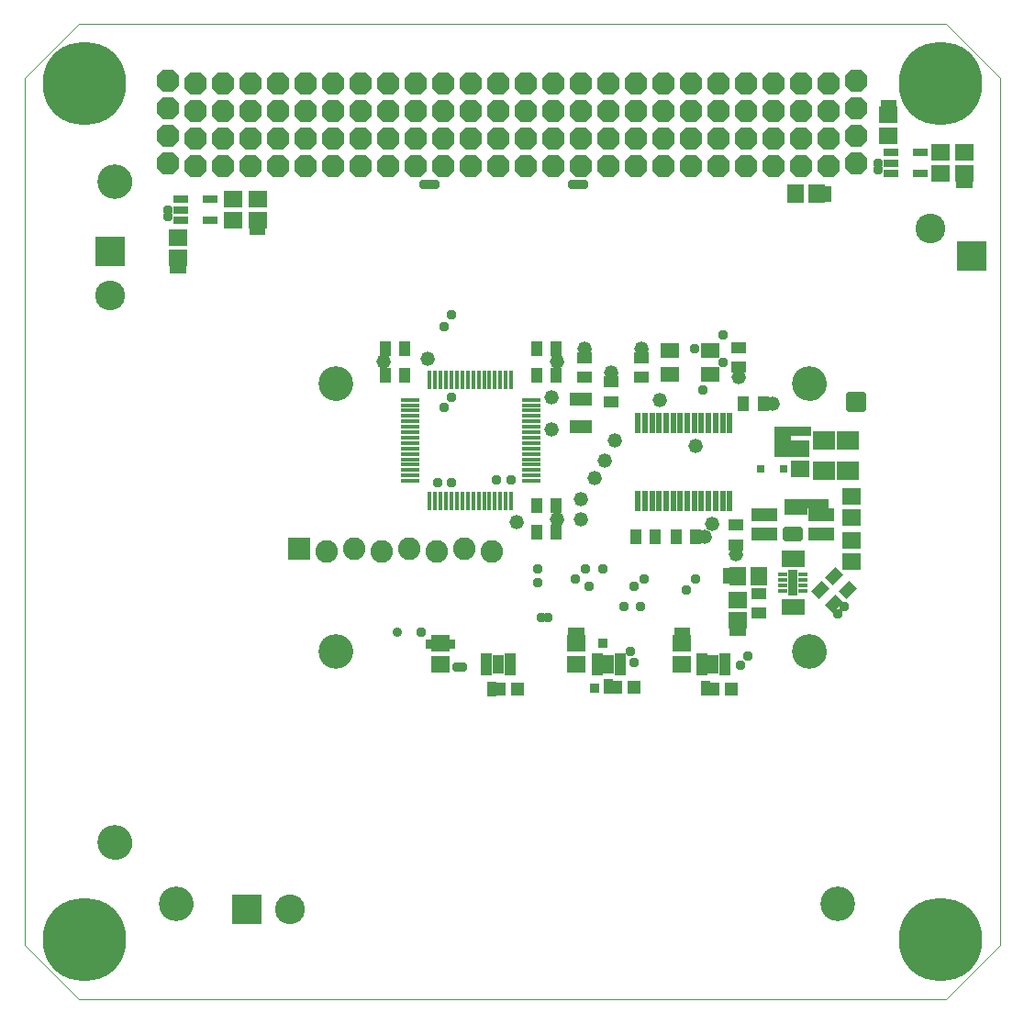
<source format=gts>
G75*
%MOIN*%
%OFA0B0*%
%FSLAX25Y25*%
%IPPOS*%
%LPD*%
%AMOC8*
5,1,8,0,0,1.08239X$1,22.5*
%
%ADD10R,0.04737X0.05131*%
%ADD11R,0.04068X0.01981*%
%ADD12R,0.04343X0.07099*%
%ADD13OC8,0.08200*%
%ADD14C,0.00000*%
%ADD15C,0.30328*%
%ADD16R,0.10800X0.10800*%
%ADD17C,0.10800*%
%ADD18C,0.12611*%
%ADD19R,0.06706X0.05918*%
%ADD20R,0.01784X0.06902*%
%ADD21R,0.06902X0.01784*%
%ADD22R,0.02375X0.07690*%
%ADD23R,0.07887X0.04737*%
%ADD24R,0.03950X0.05524*%
%ADD25R,0.05524X0.03950*%
%ADD26C,0.05200*%
%ADD27R,0.07099X0.05721*%
%ADD28R,0.04737X0.01784*%
%ADD29R,0.01784X0.04737*%
%ADD30R,0.08200X0.08200*%
%ADD31C,0.08200*%
%ADD32R,0.05918X0.06706*%
%ADD33R,0.05524X0.03162*%
%ADD34R,0.03202X0.09461*%
%ADD35R,0.03556X0.01784*%
%ADD36R,0.02769X0.02769*%
%ADD37R,0.09461X0.04737*%
%ADD38R,0.07887X0.07099*%
%ADD39R,0.03581X0.03581*%
%ADD40R,0.03600X0.03600*%
%ADD41R,0.03778X0.03778*%
%ADD42C,0.03778*%
%ADD43C,0.03581*%
D10*
X0194061Y0132271D03*
X0200754Y0132271D03*
X0236332Y0133042D03*
X0243025Y0133042D03*
X0271679Y0132488D03*
X0278372Y0132488D03*
D11*
X0275913Y0138330D03*
X0275913Y0140299D03*
X0275913Y0142267D03*
X0275913Y0144236D03*
X0267527Y0144236D03*
X0267527Y0142267D03*
X0267527Y0140299D03*
X0267527Y0138330D03*
X0237913Y0138330D03*
X0237913Y0140299D03*
X0237913Y0142267D03*
X0237913Y0144236D03*
X0229527Y0144236D03*
X0229527Y0142267D03*
X0229527Y0140299D03*
X0229527Y0138330D03*
X0197813Y0138430D03*
X0197813Y0140399D03*
X0197813Y0142367D03*
X0197813Y0144336D03*
X0189427Y0144336D03*
X0189427Y0142367D03*
X0189427Y0140399D03*
X0189427Y0138430D03*
D12*
X0193620Y0141383D03*
X0233720Y0141283D03*
X0271720Y0141283D03*
D13*
X0273620Y0322195D03*
X0263620Y0322195D03*
X0263620Y0332195D03*
X0273620Y0332195D03*
X0273620Y0342195D03*
X0273620Y0352195D03*
X0263620Y0352195D03*
X0263620Y0342195D03*
X0253620Y0342195D03*
X0253620Y0352195D03*
X0243620Y0352195D03*
X0243620Y0342195D03*
X0233620Y0342195D03*
X0233620Y0352195D03*
X0223620Y0352195D03*
X0213620Y0352195D03*
X0213620Y0342195D03*
X0223620Y0342195D03*
X0223620Y0332195D03*
X0213620Y0332195D03*
X0203620Y0332195D03*
X0203620Y0342195D03*
X0203620Y0352195D03*
X0193620Y0352195D03*
X0183620Y0352195D03*
X0183620Y0342195D03*
X0193620Y0342195D03*
X0193620Y0332195D03*
X0183620Y0332195D03*
X0173620Y0332195D03*
X0173620Y0342195D03*
X0173620Y0352195D03*
X0163620Y0352195D03*
X0153620Y0352195D03*
X0153620Y0342195D03*
X0163620Y0342195D03*
X0163620Y0332195D03*
X0153620Y0332195D03*
X0143620Y0332195D03*
X0133620Y0332195D03*
X0133620Y0342195D03*
X0133620Y0352195D03*
X0143620Y0352195D03*
X0143620Y0342195D03*
X0123620Y0342195D03*
X0123620Y0352195D03*
X0113620Y0352195D03*
X0103620Y0352195D03*
X0103620Y0342195D03*
X0113620Y0342195D03*
X0113620Y0332195D03*
X0103620Y0332195D03*
X0093620Y0332195D03*
X0093620Y0342195D03*
X0093620Y0352195D03*
X0083620Y0352195D03*
X0083620Y0342195D03*
X0073620Y0343195D03*
X0073620Y0353195D03*
X0073620Y0333195D03*
X0073620Y0323195D03*
X0083620Y0322195D03*
X0083620Y0332195D03*
X0093620Y0322195D03*
X0103620Y0322195D03*
X0113620Y0322195D03*
X0123620Y0322195D03*
X0123620Y0332195D03*
X0133620Y0322195D03*
X0143620Y0322195D03*
X0153620Y0322195D03*
X0163620Y0322195D03*
X0173620Y0322195D03*
X0183620Y0322195D03*
X0193620Y0322195D03*
X0203620Y0322195D03*
X0213620Y0322195D03*
X0223620Y0322195D03*
X0233620Y0322195D03*
X0233620Y0332195D03*
X0243620Y0332195D03*
X0253620Y0332195D03*
X0253620Y0322195D03*
X0243620Y0322195D03*
X0283620Y0322195D03*
X0283620Y0332195D03*
X0283620Y0342195D03*
X0283620Y0352195D03*
X0293620Y0352195D03*
X0303620Y0352195D03*
X0303620Y0342195D03*
X0293620Y0342195D03*
X0293620Y0332195D03*
X0303620Y0332195D03*
X0313620Y0332195D03*
X0313620Y0342195D03*
X0313620Y0352195D03*
X0323620Y0353195D03*
X0323620Y0343195D03*
X0323620Y0333195D03*
X0323620Y0323195D03*
X0313620Y0322195D03*
X0303620Y0322195D03*
X0293620Y0322195D03*
D14*
X0021455Y0354163D02*
X0021455Y0039203D01*
X0041140Y0019518D01*
X0356100Y0019518D01*
X0375785Y0039203D01*
X0375785Y0354163D01*
X0356100Y0373848D01*
X0041140Y0373848D01*
X0021455Y0354163D01*
X0048494Y0316762D02*
X0048496Y0316915D01*
X0048502Y0317069D01*
X0048512Y0317222D01*
X0048526Y0317374D01*
X0048544Y0317527D01*
X0048566Y0317678D01*
X0048591Y0317829D01*
X0048621Y0317980D01*
X0048655Y0318130D01*
X0048692Y0318278D01*
X0048733Y0318426D01*
X0048778Y0318572D01*
X0048827Y0318718D01*
X0048880Y0318862D01*
X0048936Y0319004D01*
X0048996Y0319145D01*
X0049060Y0319285D01*
X0049127Y0319423D01*
X0049198Y0319559D01*
X0049273Y0319693D01*
X0049350Y0319825D01*
X0049432Y0319955D01*
X0049516Y0320083D01*
X0049604Y0320209D01*
X0049695Y0320332D01*
X0049789Y0320453D01*
X0049887Y0320571D01*
X0049987Y0320687D01*
X0050091Y0320800D01*
X0050197Y0320911D01*
X0050306Y0321019D01*
X0050418Y0321124D01*
X0050532Y0321225D01*
X0050650Y0321324D01*
X0050769Y0321420D01*
X0050891Y0321513D01*
X0051016Y0321602D01*
X0051143Y0321689D01*
X0051272Y0321771D01*
X0051403Y0321851D01*
X0051536Y0321927D01*
X0051671Y0322000D01*
X0051808Y0322069D01*
X0051947Y0322134D01*
X0052087Y0322196D01*
X0052229Y0322254D01*
X0052372Y0322309D01*
X0052517Y0322360D01*
X0052663Y0322407D01*
X0052810Y0322450D01*
X0052958Y0322489D01*
X0053107Y0322525D01*
X0053257Y0322556D01*
X0053408Y0322584D01*
X0053559Y0322608D01*
X0053712Y0322628D01*
X0053864Y0322644D01*
X0054017Y0322656D01*
X0054170Y0322664D01*
X0054323Y0322668D01*
X0054477Y0322668D01*
X0054630Y0322664D01*
X0054783Y0322656D01*
X0054936Y0322644D01*
X0055088Y0322628D01*
X0055241Y0322608D01*
X0055392Y0322584D01*
X0055543Y0322556D01*
X0055693Y0322525D01*
X0055842Y0322489D01*
X0055990Y0322450D01*
X0056137Y0322407D01*
X0056283Y0322360D01*
X0056428Y0322309D01*
X0056571Y0322254D01*
X0056713Y0322196D01*
X0056853Y0322134D01*
X0056992Y0322069D01*
X0057129Y0322000D01*
X0057264Y0321927D01*
X0057397Y0321851D01*
X0057528Y0321771D01*
X0057657Y0321689D01*
X0057784Y0321602D01*
X0057909Y0321513D01*
X0058031Y0321420D01*
X0058150Y0321324D01*
X0058268Y0321225D01*
X0058382Y0321124D01*
X0058494Y0321019D01*
X0058603Y0320911D01*
X0058709Y0320800D01*
X0058813Y0320687D01*
X0058913Y0320571D01*
X0059011Y0320453D01*
X0059105Y0320332D01*
X0059196Y0320209D01*
X0059284Y0320083D01*
X0059368Y0319955D01*
X0059450Y0319825D01*
X0059527Y0319693D01*
X0059602Y0319559D01*
X0059673Y0319423D01*
X0059740Y0319285D01*
X0059804Y0319145D01*
X0059864Y0319004D01*
X0059920Y0318862D01*
X0059973Y0318718D01*
X0060022Y0318572D01*
X0060067Y0318426D01*
X0060108Y0318278D01*
X0060145Y0318130D01*
X0060179Y0317980D01*
X0060209Y0317829D01*
X0060234Y0317678D01*
X0060256Y0317527D01*
X0060274Y0317374D01*
X0060288Y0317222D01*
X0060298Y0317069D01*
X0060304Y0316915D01*
X0060306Y0316762D01*
X0060304Y0316609D01*
X0060298Y0316455D01*
X0060288Y0316302D01*
X0060274Y0316150D01*
X0060256Y0315997D01*
X0060234Y0315846D01*
X0060209Y0315695D01*
X0060179Y0315544D01*
X0060145Y0315394D01*
X0060108Y0315246D01*
X0060067Y0315098D01*
X0060022Y0314952D01*
X0059973Y0314806D01*
X0059920Y0314662D01*
X0059864Y0314520D01*
X0059804Y0314379D01*
X0059740Y0314239D01*
X0059673Y0314101D01*
X0059602Y0313965D01*
X0059527Y0313831D01*
X0059450Y0313699D01*
X0059368Y0313569D01*
X0059284Y0313441D01*
X0059196Y0313315D01*
X0059105Y0313192D01*
X0059011Y0313071D01*
X0058913Y0312953D01*
X0058813Y0312837D01*
X0058709Y0312724D01*
X0058603Y0312613D01*
X0058494Y0312505D01*
X0058382Y0312400D01*
X0058268Y0312299D01*
X0058150Y0312200D01*
X0058031Y0312104D01*
X0057909Y0312011D01*
X0057784Y0311922D01*
X0057657Y0311835D01*
X0057528Y0311753D01*
X0057397Y0311673D01*
X0057264Y0311597D01*
X0057129Y0311524D01*
X0056992Y0311455D01*
X0056853Y0311390D01*
X0056713Y0311328D01*
X0056571Y0311270D01*
X0056428Y0311215D01*
X0056283Y0311164D01*
X0056137Y0311117D01*
X0055990Y0311074D01*
X0055842Y0311035D01*
X0055693Y0310999D01*
X0055543Y0310968D01*
X0055392Y0310940D01*
X0055241Y0310916D01*
X0055088Y0310896D01*
X0054936Y0310880D01*
X0054783Y0310868D01*
X0054630Y0310860D01*
X0054477Y0310856D01*
X0054323Y0310856D01*
X0054170Y0310860D01*
X0054017Y0310868D01*
X0053864Y0310880D01*
X0053712Y0310896D01*
X0053559Y0310916D01*
X0053408Y0310940D01*
X0053257Y0310968D01*
X0053107Y0310999D01*
X0052958Y0311035D01*
X0052810Y0311074D01*
X0052663Y0311117D01*
X0052517Y0311164D01*
X0052372Y0311215D01*
X0052229Y0311270D01*
X0052087Y0311328D01*
X0051947Y0311390D01*
X0051808Y0311455D01*
X0051671Y0311524D01*
X0051536Y0311597D01*
X0051403Y0311673D01*
X0051272Y0311753D01*
X0051143Y0311835D01*
X0051016Y0311922D01*
X0050891Y0312011D01*
X0050769Y0312104D01*
X0050650Y0312200D01*
X0050532Y0312299D01*
X0050418Y0312400D01*
X0050306Y0312505D01*
X0050197Y0312613D01*
X0050091Y0312724D01*
X0049987Y0312837D01*
X0049887Y0312953D01*
X0049789Y0313071D01*
X0049695Y0313192D01*
X0049604Y0313315D01*
X0049516Y0313441D01*
X0049432Y0313569D01*
X0049350Y0313699D01*
X0049273Y0313831D01*
X0049198Y0313965D01*
X0049127Y0314101D01*
X0049060Y0314239D01*
X0048996Y0314379D01*
X0048936Y0314520D01*
X0048880Y0314662D01*
X0048827Y0314806D01*
X0048778Y0314952D01*
X0048733Y0315098D01*
X0048692Y0315246D01*
X0048655Y0315394D01*
X0048621Y0315544D01*
X0048591Y0315695D01*
X0048566Y0315846D01*
X0048544Y0315997D01*
X0048526Y0316150D01*
X0048512Y0316302D01*
X0048502Y0316455D01*
X0048496Y0316609D01*
X0048494Y0316762D01*
X0128664Y0243293D02*
X0128666Y0243446D01*
X0128672Y0243600D01*
X0128682Y0243753D01*
X0128696Y0243905D01*
X0128714Y0244058D01*
X0128736Y0244209D01*
X0128761Y0244360D01*
X0128791Y0244511D01*
X0128825Y0244661D01*
X0128862Y0244809D01*
X0128903Y0244957D01*
X0128948Y0245103D01*
X0128997Y0245249D01*
X0129050Y0245393D01*
X0129106Y0245535D01*
X0129166Y0245676D01*
X0129230Y0245816D01*
X0129297Y0245954D01*
X0129368Y0246090D01*
X0129443Y0246224D01*
X0129520Y0246356D01*
X0129602Y0246486D01*
X0129686Y0246614D01*
X0129774Y0246740D01*
X0129865Y0246863D01*
X0129959Y0246984D01*
X0130057Y0247102D01*
X0130157Y0247218D01*
X0130261Y0247331D01*
X0130367Y0247442D01*
X0130476Y0247550D01*
X0130588Y0247655D01*
X0130702Y0247756D01*
X0130820Y0247855D01*
X0130939Y0247951D01*
X0131061Y0248044D01*
X0131186Y0248133D01*
X0131313Y0248220D01*
X0131442Y0248302D01*
X0131573Y0248382D01*
X0131706Y0248458D01*
X0131841Y0248531D01*
X0131978Y0248600D01*
X0132117Y0248665D01*
X0132257Y0248727D01*
X0132399Y0248785D01*
X0132542Y0248840D01*
X0132687Y0248891D01*
X0132833Y0248938D01*
X0132980Y0248981D01*
X0133128Y0249020D01*
X0133277Y0249056D01*
X0133427Y0249087D01*
X0133578Y0249115D01*
X0133729Y0249139D01*
X0133882Y0249159D01*
X0134034Y0249175D01*
X0134187Y0249187D01*
X0134340Y0249195D01*
X0134493Y0249199D01*
X0134647Y0249199D01*
X0134800Y0249195D01*
X0134953Y0249187D01*
X0135106Y0249175D01*
X0135258Y0249159D01*
X0135411Y0249139D01*
X0135562Y0249115D01*
X0135713Y0249087D01*
X0135863Y0249056D01*
X0136012Y0249020D01*
X0136160Y0248981D01*
X0136307Y0248938D01*
X0136453Y0248891D01*
X0136598Y0248840D01*
X0136741Y0248785D01*
X0136883Y0248727D01*
X0137023Y0248665D01*
X0137162Y0248600D01*
X0137299Y0248531D01*
X0137434Y0248458D01*
X0137567Y0248382D01*
X0137698Y0248302D01*
X0137827Y0248220D01*
X0137954Y0248133D01*
X0138079Y0248044D01*
X0138201Y0247951D01*
X0138320Y0247855D01*
X0138438Y0247756D01*
X0138552Y0247655D01*
X0138664Y0247550D01*
X0138773Y0247442D01*
X0138879Y0247331D01*
X0138983Y0247218D01*
X0139083Y0247102D01*
X0139181Y0246984D01*
X0139275Y0246863D01*
X0139366Y0246740D01*
X0139454Y0246614D01*
X0139538Y0246486D01*
X0139620Y0246356D01*
X0139697Y0246224D01*
X0139772Y0246090D01*
X0139843Y0245954D01*
X0139910Y0245816D01*
X0139974Y0245676D01*
X0140034Y0245535D01*
X0140090Y0245393D01*
X0140143Y0245249D01*
X0140192Y0245103D01*
X0140237Y0244957D01*
X0140278Y0244809D01*
X0140315Y0244661D01*
X0140349Y0244511D01*
X0140379Y0244360D01*
X0140404Y0244209D01*
X0140426Y0244058D01*
X0140444Y0243905D01*
X0140458Y0243753D01*
X0140468Y0243600D01*
X0140474Y0243446D01*
X0140476Y0243293D01*
X0140474Y0243140D01*
X0140468Y0242986D01*
X0140458Y0242833D01*
X0140444Y0242681D01*
X0140426Y0242528D01*
X0140404Y0242377D01*
X0140379Y0242226D01*
X0140349Y0242075D01*
X0140315Y0241925D01*
X0140278Y0241777D01*
X0140237Y0241629D01*
X0140192Y0241483D01*
X0140143Y0241337D01*
X0140090Y0241193D01*
X0140034Y0241051D01*
X0139974Y0240910D01*
X0139910Y0240770D01*
X0139843Y0240632D01*
X0139772Y0240496D01*
X0139697Y0240362D01*
X0139620Y0240230D01*
X0139538Y0240100D01*
X0139454Y0239972D01*
X0139366Y0239846D01*
X0139275Y0239723D01*
X0139181Y0239602D01*
X0139083Y0239484D01*
X0138983Y0239368D01*
X0138879Y0239255D01*
X0138773Y0239144D01*
X0138664Y0239036D01*
X0138552Y0238931D01*
X0138438Y0238830D01*
X0138320Y0238731D01*
X0138201Y0238635D01*
X0138079Y0238542D01*
X0137954Y0238453D01*
X0137827Y0238366D01*
X0137698Y0238284D01*
X0137567Y0238204D01*
X0137434Y0238128D01*
X0137299Y0238055D01*
X0137162Y0237986D01*
X0137023Y0237921D01*
X0136883Y0237859D01*
X0136741Y0237801D01*
X0136598Y0237746D01*
X0136453Y0237695D01*
X0136307Y0237648D01*
X0136160Y0237605D01*
X0136012Y0237566D01*
X0135863Y0237530D01*
X0135713Y0237499D01*
X0135562Y0237471D01*
X0135411Y0237447D01*
X0135258Y0237427D01*
X0135106Y0237411D01*
X0134953Y0237399D01*
X0134800Y0237391D01*
X0134647Y0237387D01*
X0134493Y0237387D01*
X0134340Y0237391D01*
X0134187Y0237399D01*
X0134034Y0237411D01*
X0133882Y0237427D01*
X0133729Y0237447D01*
X0133578Y0237471D01*
X0133427Y0237499D01*
X0133277Y0237530D01*
X0133128Y0237566D01*
X0132980Y0237605D01*
X0132833Y0237648D01*
X0132687Y0237695D01*
X0132542Y0237746D01*
X0132399Y0237801D01*
X0132257Y0237859D01*
X0132117Y0237921D01*
X0131978Y0237986D01*
X0131841Y0238055D01*
X0131706Y0238128D01*
X0131573Y0238204D01*
X0131442Y0238284D01*
X0131313Y0238366D01*
X0131186Y0238453D01*
X0131061Y0238542D01*
X0130939Y0238635D01*
X0130820Y0238731D01*
X0130702Y0238830D01*
X0130588Y0238931D01*
X0130476Y0239036D01*
X0130367Y0239144D01*
X0130261Y0239255D01*
X0130157Y0239368D01*
X0130057Y0239484D01*
X0129959Y0239602D01*
X0129865Y0239723D01*
X0129774Y0239846D01*
X0129686Y0239972D01*
X0129602Y0240100D01*
X0129520Y0240230D01*
X0129443Y0240362D01*
X0129368Y0240496D01*
X0129297Y0240632D01*
X0129230Y0240770D01*
X0129166Y0240910D01*
X0129106Y0241051D01*
X0129050Y0241193D01*
X0128997Y0241337D01*
X0128948Y0241483D01*
X0128903Y0241629D01*
X0128862Y0241777D01*
X0128825Y0241925D01*
X0128791Y0242075D01*
X0128761Y0242226D01*
X0128736Y0242377D01*
X0128714Y0242528D01*
X0128696Y0242681D01*
X0128682Y0242833D01*
X0128672Y0242986D01*
X0128666Y0243140D01*
X0128664Y0243293D01*
X0128694Y0146083D02*
X0128696Y0146236D01*
X0128702Y0146390D01*
X0128712Y0146543D01*
X0128726Y0146695D01*
X0128744Y0146848D01*
X0128766Y0146999D01*
X0128791Y0147150D01*
X0128821Y0147301D01*
X0128855Y0147451D01*
X0128892Y0147599D01*
X0128933Y0147747D01*
X0128978Y0147893D01*
X0129027Y0148039D01*
X0129080Y0148183D01*
X0129136Y0148325D01*
X0129196Y0148466D01*
X0129260Y0148606D01*
X0129327Y0148744D01*
X0129398Y0148880D01*
X0129473Y0149014D01*
X0129550Y0149146D01*
X0129632Y0149276D01*
X0129716Y0149404D01*
X0129804Y0149530D01*
X0129895Y0149653D01*
X0129989Y0149774D01*
X0130087Y0149892D01*
X0130187Y0150008D01*
X0130291Y0150121D01*
X0130397Y0150232D01*
X0130506Y0150340D01*
X0130618Y0150445D01*
X0130732Y0150546D01*
X0130850Y0150645D01*
X0130969Y0150741D01*
X0131091Y0150834D01*
X0131216Y0150923D01*
X0131343Y0151010D01*
X0131472Y0151092D01*
X0131603Y0151172D01*
X0131736Y0151248D01*
X0131871Y0151321D01*
X0132008Y0151390D01*
X0132147Y0151455D01*
X0132287Y0151517D01*
X0132429Y0151575D01*
X0132572Y0151630D01*
X0132717Y0151681D01*
X0132863Y0151728D01*
X0133010Y0151771D01*
X0133158Y0151810D01*
X0133307Y0151846D01*
X0133457Y0151877D01*
X0133608Y0151905D01*
X0133759Y0151929D01*
X0133912Y0151949D01*
X0134064Y0151965D01*
X0134217Y0151977D01*
X0134370Y0151985D01*
X0134523Y0151989D01*
X0134677Y0151989D01*
X0134830Y0151985D01*
X0134983Y0151977D01*
X0135136Y0151965D01*
X0135288Y0151949D01*
X0135441Y0151929D01*
X0135592Y0151905D01*
X0135743Y0151877D01*
X0135893Y0151846D01*
X0136042Y0151810D01*
X0136190Y0151771D01*
X0136337Y0151728D01*
X0136483Y0151681D01*
X0136628Y0151630D01*
X0136771Y0151575D01*
X0136913Y0151517D01*
X0137053Y0151455D01*
X0137192Y0151390D01*
X0137329Y0151321D01*
X0137464Y0151248D01*
X0137597Y0151172D01*
X0137728Y0151092D01*
X0137857Y0151010D01*
X0137984Y0150923D01*
X0138109Y0150834D01*
X0138231Y0150741D01*
X0138350Y0150645D01*
X0138468Y0150546D01*
X0138582Y0150445D01*
X0138694Y0150340D01*
X0138803Y0150232D01*
X0138909Y0150121D01*
X0139013Y0150008D01*
X0139113Y0149892D01*
X0139211Y0149774D01*
X0139305Y0149653D01*
X0139396Y0149530D01*
X0139484Y0149404D01*
X0139568Y0149276D01*
X0139650Y0149146D01*
X0139727Y0149014D01*
X0139802Y0148880D01*
X0139873Y0148744D01*
X0139940Y0148606D01*
X0140004Y0148466D01*
X0140064Y0148325D01*
X0140120Y0148183D01*
X0140173Y0148039D01*
X0140222Y0147893D01*
X0140267Y0147747D01*
X0140308Y0147599D01*
X0140345Y0147451D01*
X0140379Y0147301D01*
X0140409Y0147150D01*
X0140434Y0146999D01*
X0140456Y0146848D01*
X0140474Y0146695D01*
X0140488Y0146543D01*
X0140498Y0146390D01*
X0140504Y0146236D01*
X0140506Y0146083D01*
X0140504Y0145930D01*
X0140498Y0145776D01*
X0140488Y0145623D01*
X0140474Y0145471D01*
X0140456Y0145318D01*
X0140434Y0145167D01*
X0140409Y0145016D01*
X0140379Y0144865D01*
X0140345Y0144715D01*
X0140308Y0144567D01*
X0140267Y0144419D01*
X0140222Y0144273D01*
X0140173Y0144127D01*
X0140120Y0143983D01*
X0140064Y0143841D01*
X0140004Y0143700D01*
X0139940Y0143560D01*
X0139873Y0143422D01*
X0139802Y0143286D01*
X0139727Y0143152D01*
X0139650Y0143020D01*
X0139568Y0142890D01*
X0139484Y0142762D01*
X0139396Y0142636D01*
X0139305Y0142513D01*
X0139211Y0142392D01*
X0139113Y0142274D01*
X0139013Y0142158D01*
X0138909Y0142045D01*
X0138803Y0141934D01*
X0138694Y0141826D01*
X0138582Y0141721D01*
X0138468Y0141620D01*
X0138350Y0141521D01*
X0138231Y0141425D01*
X0138109Y0141332D01*
X0137984Y0141243D01*
X0137857Y0141156D01*
X0137728Y0141074D01*
X0137597Y0140994D01*
X0137464Y0140918D01*
X0137329Y0140845D01*
X0137192Y0140776D01*
X0137053Y0140711D01*
X0136913Y0140649D01*
X0136771Y0140591D01*
X0136628Y0140536D01*
X0136483Y0140485D01*
X0136337Y0140438D01*
X0136190Y0140395D01*
X0136042Y0140356D01*
X0135893Y0140320D01*
X0135743Y0140289D01*
X0135592Y0140261D01*
X0135441Y0140237D01*
X0135288Y0140217D01*
X0135136Y0140201D01*
X0134983Y0140189D01*
X0134830Y0140181D01*
X0134677Y0140177D01*
X0134523Y0140177D01*
X0134370Y0140181D01*
X0134217Y0140189D01*
X0134064Y0140201D01*
X0133912Y0140217D01*
X0133759Y0140237D01*
X0133608Y0140261D01*
X0133457Y0140289D01*
X0133307Y0140320D01*
X0133158Y0140356D01*
X0133010Y0140395D01*
X0132863Y0140438D01*
X0132717Y0140485D01*
X0132572Y0140536D01*
X0132429Y0140591D01*
X0132287Y0140649D01*
X0132147Y0140711D01*
X0132008Y0140776D01*
X0131871Y0140845D01*
X0131736Y0140918D01*
X0131603Y0140994D01*
X0131472Y0141074D01*
X0131343Y0141156D01*
X0131216Y0141243D01*
X0131091Y0141332D01*
X0130969Y0141425D01*
X0130850Y0141521D01*
X0130732Y0141620D01*
X0130618Y0141721D01*
X0130506Y0141826D01*
X0130397Y0141934D01*
X0130291Y0142045D01*
X0130187Y0142158D01*
X0130087Y0142274D01*
X0129989Y0142392D01*
X0129895Y0142513D01*
X0129804Y0142636D01*
X0129716Y0142762D01*
X0129632Y0142890D01*
X0129550Y0143020D01*
X0129473Y0143152D01*
X0129398Y0143286D01*
X0129327Y0143422D01*
X0129260Y0143560D01*
X0129196Y0143700D01*
X0129136Y0143841D01*
X0129080Y0143983D01*
X0129027Y0144127D01*
X0128978Y0144273D01*
X0128933Y0144419D01*
X0128892Y0144567D01*
X0128855Y0144715D01*
X0128821Y0144865D01*
X0128791Y0145016D01*
X0128766Y0145167D01*
X0128744Y0145318D01*
X0128726Y0145471D01*
X0128712Y0145623D01*
X0128702Y0145776D01*
X0128696Y0145930D01*
X0128694Y0146083D01*
X0048494Y0076604D02*
X0048496Y0076757D01*
X0048502Y0076911D01*
X0048512Y0077064D01*
X0048526Y0077216D01*
X0048544Y0077369D01*
X0048566Y0077520D01*
X0048591Y0077671D01*
X0048621Y0077822D01*
X0048655Y0077972D01*
X0048692Y0078120D01*
X0048733Y0078268D01*
X0048778Y0078414D01*
X0048827Y0078560D01*
X0048880Y0078704D01*
X0048936Y0078846D01*
X0048996Y0078987D01*
X0049060Y0079127D01*
X0049127Y0079265D01*
X0049198Y0079401D01*
X0049273Y0079535D01*
X0049350Y0079667D01*
X0049432Y0079797D01*
X0049516Y0079925D01*
X0049604Y0080051D01*
X0049695Y0080174D01*
X0049789Y0080295D01*
X0049887Y0080413D01*
X0049987Y0080529D01*
X0050091Y0080642D01*
X0050197Y0080753D01*
X0050306Y0080861D01*
X0050418Y0080966D01*
X0050532Y0081067D01*
X0050650Y0081166D01*
X0050769Y0081262D01*
X0050891Y0081355D01*
X0051016Y0081444D01*
X0051143Y0081531D01*
X0051272Y0081613D01*
X0051403Y0081693D01*
X0051536Y0081769D01*
X0051671Y0081842D01*
X0051808Y0081911D01*
X0051947Y0081976D01*
X0052087Y0082038D01*
X0052229Y0082096D01*
X0052372Y0082151D01*
X0052517Y0082202D01*
X0052663Y0082249D01*
X0052810Y0082292D01*
X0052958Y0082331D01*
X0053107Y0082367D01*
X0053257Y0082398D01*
X0053408Y0082426D01*
X0053559Y0082450D01*
X0053712Y0082470D01*
X0053864Y0082486D01*
X0054017Y0082498D01*
X0054170Y0082506D01*
X0054323Y0082510D01*
X0054477Y0082510D01*
X0054630Y0082506D01*
X0054783Y0082498D01*
X0054936Y0082486D01*
X0055088Y0082470D01*
X0055241Y0082450D01*
X0055392Y0082426D01*
X0055543Y0082398D01*
X0055693Y0082367D01*
X0055842Y0082331D01*
X0055990Y0082292D01*
X0056137Y0082249D01*
X0056283Y0082202D01*
X0056428Y0082151D01*
X0056571Y0082096D01*
X0056713Y0082038D01*
X0056853Y0081976D01*
X0056992Y0081911D01*
X0057129Y0081842D01*
X0057264Y0081769D01*
X0057397Y0081693D01*
X0057528Y0081613D01*
X0057657Y0081531D01*
X0057784Y0081444D01*
X0057909Y0081355D01*
X0058031Y0081262D01*
X0058150Y0081166D01*
X0058268Y0081067D01*
X0058382Y0080966D01*
X0058494Y0080861D01*
X0058603Y0080753D01*
X0058709Y0080642D01*
X0058813Y0080529D01*
X0058913Y0080413D01*
X0059011Y0080295D01*
X0059105Y0080174D01*
X0059196Y0080051D01*
X0059284Y0079925D01*
X0059368Y0079797D01*
X0059450Y0079667D01*
X0059527Y0079535D01*
X0059602Y0079401D01*
X0059673Y0079265D01*
X0059740Y0079127D01*
X0059804Y0078987D01*
X0059864Y0078846D01*
X0059920Y0078704D01*
X0059973Y0078560D01*
X0060022Y0078414D01*
X0060067Y0078268D01*
X0060108Y0078120D01*
X0060145Y0077972D01*
X0060179Y0077822D01*
X0060209Y0077671D01*
X0060234Y0077520D01*
X0060256Y0077369D01*
X0060274Y0077216D01*
X0060288Y0077064D01*
X0060298Y0076911D01*
X0060304Y0076757D01*
X0060306Y0076604D01*
X0060304Y0076451D01*
X0060298Y0076297D01*
X0060288Y0076144D01*
X0060274Y0075992D01*
X0060256Y0075839D01*
X0060234Y0075688D01*
X0060209Y0075537D01*
X0060179Y0075386D01*
X0060145Y0075236D01*
X0060108Y0075088D01*
X0060067Y0074940D01*
X0060022Y0074794D01*
X0059973Y0074648D01*
X0059920Y0074504D01*
X0059864Y0074362D01*
X0059804Y0074221D01*
X0059740Y0074081D01*
X0059673Y0073943D01*
X0059602Y0073807D01*
X0059527Y0073673D01*
X0059450Y0073541D01*
X0059368Y0073411D01*
X0059284Y0073283D01*
X0059196Y0073157D01*
X0059105Y0073034D01*
X0059011Y0072913D01*
X0058913Y0072795D01*
X0058813Y0072679D01*
X0058709Y0072566D01*
X0058603Y0072455D01*
X0058494Y0072347D01*
X0058382Y0072242D01*
X0058268Y0072141D01*
X0058150Y0072042D01*
X0058031Y0071946D01*
X0057909Y0071853D01*
X0057784Y0071764D01*
X0057657Y0071677D01*
X0057528Y0071595D01*
X0057397Y0071515D01*
X0057264Y0071439D01*
X0057129Y0071366D01*
X0056992Y0071297D01*
X0056853Y0071232D01*
X0056713Y0071170D01*
X0056571Y0071112D01*
X0056428Y0071057D01*
X0056283Y0071006D01*
X0056137Y0070959D01*
X0055990Y0070916D01*
X0055842Y0070877D01*
X0055693Y0070841D01*
X0055543Y0070810D01*
X0055392Y0070782D01*
X0055241Y0070758D01*
X0055088Y0070738D01*
X0054936Y0070722D01*
X0054783Y0070710D01*
X0054630Y0070702D01*
X0054477Y0070698D01*
X0054323Y0070698D01*
X0054170Y0070702D01*
X0054017Y0070710D01*
X0053864Y0070722D01*
X0053712Y0070738D01*
X0053559Y0070758D01*
X0053408Y0070782D01*
X0053257Y0070810D01*
X0053107Y0070841D01*
X0052958Y0070877D01*
X0052810Y0070916D01*
X0052663Y0070959D01*
X0052517Y0071006D01*
X0052372Y0071057D01*
X0052229Y0071112D01*
X0052087Y0071170D01*
X0051947Y0071232D01*
X0051808Y0071297D01*
X0051671Y0071366D01*
X0051536Y0071439D01*
X0051403Y0071515D01*
X0051272Y0071595D01*
X0051143Y0071677D01*
X0051016Y0071764D01*
X0050891Y0071853D01*
X0050769Y0071946D01*
X0050650Y0072042D01*
X0050532Y0072141D01*
X0050418Y0072242D01*
X0050306Y0072347D01*
X0050197Y0072455D01*
X0050091Y0072566D01*
X0049987Y0072679D01*
X0049887Y0072795D01*
X0049789Y0072913D01*
X0049695Y0073034D01*
X0049604Y0073157D01*
X0049516Y0073283D01*
X0049432Y0073411D01*
X0049350Y0073541D01*
X0049273Y0073673D01*
X0049198Y0073807D01*
X0049127Y0073943D01*
X0049060Y0074081D01*
X0048996Y0074221D01*
X0048936Y0074362D01*
X0048880Y0074504D01*
X0048827Y0074648D01*
X0048778Y0074794D01*
X0048733Y0074940D01*
X0048692Y0075088D01*
X0048655Y0075236D01*
X0048621Y0075386D01*
X0048591Y0075537D01*
X0048566Y0075688D01*
X0048544Y0075839D01*
X0048526Y0075992D01*
X0048512Y0076144D01*
X0048502Y0076297D01*
X0048496Y0076451D01*
X0048494Y0076604D01*
X0070698Y0054400D02*
X0070700Y0054553D01*
X0070706Y0054707D01*
X0070716Y0054860D01*
X0070730Y0055012D01*
X0070748Y0055165D01*
X0070770Y0055316D01*
X0070795Y0055467D01*
X0070825Y0055618D01*
X0070859Y0055768D01*
X0070896Y0055916D01*
X0070937Y0056064D01*
X0070982Y0056210D01*
X0071031Y0056356D01*
X0071084Y0056500D01*
X0071140Y0056642D01*
X0071200Y0056783D01*
X0071264Y0056923D01*
X0071331Y0057061D01*
X0071402Y0057197D01*
X0071477Y0057331D01*
X0071554Y0057463D01*
X0071636Y0057593D01*
X0071720Y0057721D01*
X0071808Y0057847D01*
X0071899Y0057970D01*
X0071993Y0058091D01*
X0072091Y0058209D01*
X0072191Y0058325D01*
X0072295Y0058438D01*
X0072401Y0058549D01*
X0072510Y0058657D01*
X0072622Y0058762D01*
X0072736Y0058863D01*
X0072854Y0058962D01*
X0072973Y0059058D01*
X0073095Y0059151D01*
X0073220Y0059240D01*
X0073347Y0059327D01*
X0073476Y0059409D01*
X0073607Y0059489D01*
X0073740Y0059565D01*
X0073875Y0059638D01*
X0074012Y0059707D01*
X0074151Y0059772D01*
X0074291Y0059834D01*
X0074433Y0059892D01*
X0074576Y0059947D01*
X0074721Y0059998D01*
X0074867Y0060045D01*
X0075014Y0060088D01*
X0075162Y0060127D01*
X0075311Y0060163D01*
X0075461Y0060194D01*
X0075612Y0060222D01*
X0075763Y0060246D01*
X0075916Y0060266D01*
X0076068Y0060282D01*
X0076221Y0060294D01*
X0076374Y0060302D01*
X0076527Y0060306D01*
X0076681Y0060306D01*
X0076834Y0060302D01*
X0076987Y0060294D01*
X0077140Y0060282D01*
X0077292Y0060266D01*
X0077445Y0060246D01*
X0077596Y0060222D01*
X0077747Y0060194D01*
X0077897Y0060163D01*
X0078046Y0060127D01*
X0078194Y0060088D01*
X0078341Y0060045D01*
X0078487Y0059998D01*
X0078632Y0059947D01*
X0078775Y0059892D01*
X0078917Y0059834D01*
X0079057Y0059772D01*
X0079196Y0059707D01*
X0079333Y0059638D01*
X0079468Y0059565D01*
X0079601Y0059489D01*
X0079732Y0059409D01*
X0079861Y0059327D01*
X0079988Y0059240D01*
X0080113Y0059151D01*
X0080235Y0059058D01*
X0080354Y0058962D01*
X0080472Y0058863D01*
X0080586Y0058762D01*
X0080698Y0058657D01*
X0080807Y0058549D01*
X0080913Y0058438D01*
X0081017Y0058325D01*
X0081117Y0058209D01*
X0081215Y0058091D01*
X0081309Y0057970D01*
X0081400Y0057847D01*
X0081488Y0057721D01*
X0081572Y0057593D01*
X0081654Y0057463D01*
X0081731Y0057331D01*
X0081806Y0057197D01*
X0081877Y0057061D01*
X0081944Y0056923D01*
X0082008Y0056783D01*
X0082068Y0056642D01*
X0082124Y0056500D01*
X0082177Y0056356D01*
X0082226Y0056210D01*
X0082271Y0056064D01*
X0082312Y0055916D01*
X0082349Y0055768D01*
X0082383Y0055618D01*
X0082413Y0055467D01*
X0082438Y0055316D01*
X0082460Y0055165D01*
X0082478Y0055012D01*
X0082492Y0054860D01*
X0082502Y0054707D01*
X0082508Y0054553D01*
X0082510Y0054400D01*
X0082508Y0054247D01*
X0082502Y0054093D01*
X0082492Y0053940D01*
X0082478Y0053788D01*
X0082460Y0053635D01*
X0082438Y0053484D01*
X0082413Y0053333D01*
X0082383Y0053182D01*
X0082349Y0053032D01*
X0082312Y0052884D01*
X0082271Y0052736D01*
X0082226Y0052590D01*
X0082177Y0052444D01*
X0082124Y0052300D01*
X0082068Y0052158D01*
X0082008Y0052017D01*
X0081944Y0051877D01*
X0081877Y0051739D01*
X0081806Y0051603D01*
X0081731Y0051469D01*
X0081654Y0051337D01*
X0081572Y0051207D01*
X0081488Y0051079D01*
X0081400Y0050953D01*
X0081309Y0050830D01*
X0081215Y0050709D01*
X0081117Y0050591D01*
X0081017Y0050475D01*
X0080913Y0050362D01*
X0080807Y0050251D01*
X0080698Y0050143D01*
X0080586Y0050038D01*
X0080472Y0049937D01*
X0080354Y0049838D01*
X0080235Y0049742D01*
X0080113Y0049649D01*
X0079988Y0049560D01*
X0079861Y0049473D01*
X0079732Y0049391D01*
X0079601Y0049311D01*
X0079468Y0049235D01*
X0079333Y0049162D01*
X0079196Y0049093D01*
X0079057Y0049028D01*
X0078917Y0048966D01*
X0078775Y0048908D01*
X0078632Y0048853D01*
X0078487Y0048802D01*
X0078341Y0048755D01*
X0078194Y0048712D01*
X0078046Y0048673D01*
X0077897Y0048637D01*
X0077747Y0048606D01*
X0077596Y0048578D01*
X0077445Y0048554D01*
X0077292Y0048534D01*
X0077140Y0048518D01*
X0076987Y0048506D01*
X0076834Y0048498D01*
X0076681Y0048494D01*
X0076527Y0048494D01*
X0076374Y0048498D01*
X0076221Y0048506D01*
X0076068Y0048518D01*
X0075916Y0048534D01*
X0075763Y0048554D01*
X0075612Y0048578D01*
X0075461Y0048606D01*
X0075311Y0048637D01*
X0075162Y0048673D01*
X0075014Y0048712D01*
X0074867Y0048755D01*
X0074721Y0048802D01*
X0074576Y0048853D01*
X0074433Y0048908D01*
X0074291Y0048966D01*
X0074151Y0049028D01*
X0074012Y0049093D01*
X0073875Y0049162D01*
X0073740Y0049235D01*
X0073607Y0049311D01*
X0073476Y0049391D01*
X0073347Y0049473D01*
X0073220Y0049560D01*
X0073095Y0049649D01*
X0072973Y0049742D01*
X0072854Y0049838D01*
X0072736Y0049937D01*
X0072622Y0050038D01*
X0072510Y0050143D01*
X0072401Y0050251D01*
X0072295Y0050362D01*
X0072191Y0050475D01*
X0072091Y0050591D01*
X0071993Y0050709D01*
X0071899Y0050830D01*
X0071808Y0050953D01*
X0071720Y0051079D01*
X0071636Y0051207D01*
X0071554Y0051337D01*
X0071477Y0051469D01*
X0071402Y0051603D01*
X0071331Y0051739D01*
X0071264Y0051877D01*
X0071200Y0052017D01*
X0071140Y0052158D01*
X0071084Y0052300D01*
X0071031Y0052444D01*
X0070982Y0052590D01*
X0070937Y0052736D01*
X0070896Y0052884D01*
X0070859Y0053032D01*
X0070825Y0053182D01*
X0070795Y0053333D01*
X0070770Y0053484D01*
X0070748Y0053635D01*
X0070730Y0053788D01*
X0070716Y0053940D01*
X0070706Y0054093D01*
X0070700Y0054247D01*
X0070698Y0054400D01*
X0300734Y0146053D02*
X0300736Y0146206D01*
X0300742Y0146360D01*
X0300752Y0146513D01*
X0300766Y0146665D01*
X0300784Y0146818D01*
X0300806Y0146969D01*
X0300831Y0147120D01*
X0300861Y0147271D01*
X0300895Y0147421D01*
X0300932Y0147569D01*
X0300973Y0147717D01*
X0301018Y0147863D01*
X0301067Y0148009D01*
X0301120Y0148153D01*
X0301176Y0148295D01*
X0301236Y0148436D01*
X0301300Y0148576D01*
X0301367Y0148714D01*
X0301438Y0148850D01*
X0301513Y0148984D01*
X0301590Y0149116D01*
X0301672Y0149246D01*
X0301756Y0149374D01*
X0301844Y0149500D01*
X0301935Y0149623D01*
X0302029Y0149744D01*
X0302127Y0149862D01*
X0302227Y0149978D01*
X0302331Y0150091D01*
X0302437Y0150202D01*
X0302546Y0150310D01*
X0302658Y0150415D01*
X0302772Y0150516D01*
X0302890Y0150615D01*
X0303009Y0150711D01*
X0303131Y0150804D01*
X0303256Y0150893D01*
X0303383Y0150980D01*
X0303512Y0151062D01*
X0303643Y0151142D01*
X0303776Y0151218D01*
X0303911Y0151291D01*
X0304048Y0151360D01*
X0304187Y0151425D01*
X0304327Y0151487D01*
X0304469Y0151545D01*
X0304612Y0151600D01*
X0304757Y0151651D01*
X0304903Y0151698D01*
X0305050Y0151741D01*
X0305198Y0151780D01*
X0305347Y0151816D01*
X0305497Y0151847D01*
X0305648Y0151875D01*
X0305799Y0151899D01*
X0305952Y0151919D01*
X0306104Y0151935D01*
X0306257Y0151947D01*
X0306410Y0151955D01*
X0306563Y0151959D01*
X0306717Y0151959D01*
X0306870Y0151955D01*
X0307023Y0151947D01*
X0307176Y0151935D01*
X0307328Y0151919D01*
X0307481Y0151899D01*
X0307632Y0151875D01*
X0307783Y0151847D01*
X0307933Y0151816D01*
X0308082Y0151780D01*
X0308230Y0151741D01*
X0308377Y0151698D01*
X0308523Y0151651D01*
X0308668Y0151600D01*
X0308811Y0151545D01*
X0308953Y0151487D01*
X0309093Y0151425D01*
X0309232Y0151360D01*
X0309369Y0151291D01*
X0309504Y0151218D01*
X0309637Y0151142D01*
X0309768Y0151062D01*
X0309897Y0150980D01*
X0310024Y0150893D01*
X0310149Y0150804D01*
X0310271Y0150711D01*
X0310390Y0150615D01*
X0310508Y0150516D01*
X0310622Y0150415D01*
X0310734Y0150310D01*
X0310843Y0150202D01*
X0310949Y0150091D01*
X0311053Y0149978D01*
X0311153Y0149862D01*
X0311251Y0149744D01*
X0311345Y0149623D01*
X0311436Y0149500D01*
X0311524Y0149374D01*
X0311608Y0149246D01*
X0311690Y0149116D01*
X0311767Y0148984D01*
X0311842Y0148850D01*
X0311913Y0148714D01*
X0311980Y0148576D01*
X0312044Y0148436D01*
X0312104Y0148295D01*
X0312160Y0148153D01*
X0312213Y0148009D01*
X0312262Y0147863D01*
X0312307Y0147717D01*
X0312348Y0147569D01*
X0312385Y0147421D01*
X0312419Y0147271D01*
X0312449Y0147120D01*
X0312474Y0146969D01*
X0312496Y0146818D01*
X0312514Y0146665D01*
X0312528Y0146513D01*
X0312538Y0146360D01*
X0312544Y0146206D01*
X0312546Y0146053D01*
X0312544Y0145900D01*
X0312538Y0145746D01*
X0312528Y0145593D01*
X0312514Y0145441D01*
X0312496Y0145288D01*
X0312474Y0145137D01*
X0312449Y0144986D01*
X0312419Y0144835D01*
X0312385Y0144685D01*
X0312348Y0144537D01*
X0312307Y0144389D01*
X0312262Y0144243D01*
X0312213Y0144097D01*
X0312160Y0143953D01*
X0312104Y0143811D01*
X0312044Y0143670D01*
X0311980Y0143530D01*
X0311913Y0143392D01*
X0311842Y0143256D01*
X0311767Y0143122D01*
X0311690Y0142990D01*
X0311608Y0142860D01*
X0311524Y0142732D01*
X0311436Y0142606D01*
X0311345Y0142483D01*
X0311251Y0142362D01*
X0311153Y0142244D01*
X0311053Y0142128D01*
X0310949Y0142015D01*
X0310843Y0141904D01*
X0310734Y0141796D01*
X0310622Y0141691D01*
X0310508Y0141590D01*
X0310390Y0141491D01*
X0310271Y0141395D01*
X0310149Y0141302D01*
X0310024Y0141213D01*
X0309897Y0141126D01*
X0309768Y0141044D01*
X0309637Y0140964D01*
X0309504Y0140888D01*
X0309369Y0140815D01*
X0309232Y0140746D01*
X0309093Y0140681D01*
X0308953Y0140619D01*
X0308811Y0140561D01*
X0308668Y0140506D01*
X0308523Y0140455D01*
X0308377Y0140408D01*
X0308230Y0140365D01*
X0308082Y0140326D01*
X0307933Y0140290D01*
X0307783Y0140259D01*
X0307632Y0140231D01*
X0307481Y0140207D01*
X0307328Y0140187D01*
X0307176Y0140171D01*
X0307023Y0140159D01*
X0306870Y0140151D01*
X0306717Y0140147D01*
X0306563Y0140147D01*
X0306410Y0140151D01*
X0306257Y0140159D01*
X0306104Y0140171D01*
X0305952Y0140187D01*
X0305799Y0140207D01*
X0305648Y0140231D01*
X0305497Y0140259D01*
X0305347Y0140290D01*
X0305198Y0140326D01*
X0305050Y0140365D01*
X0304903Y0140408D01*
X0304757Y0140455D01*
X0304612Y0140506D01*
X0304469Y0140561D01*
X0304327Y0140619D01*
X0304187Y0140681D01*
X0304048Y0140746D01*
X0303911Y0140815D01*
X0303776Y0140888D01*
X0303643Y0140964D01*
X0303512Y0141044D01*
X0303383Y0141126D01*
X0303256Y0141213D01*
X0303131Y0141302D01*
X0303009Y0141395D01*
X0302890Y0141491D01*
X0302772Y0141590D01*
X0302658Y0141691D01*
X0302546Y0141796D01*
X0302437Y0141904D01*
X0302331Y0142015D01*
X0302227Y0142128D01*
X0302127Y0142244D01*
X0302029Y0142362D01*
X0301935Y0142483D01*
X0301844Y0142606D01*
X0301756Y0142732D01*
X0301672Y0142860D01*
X0301590Y0142990D01*
X0301513Y0143122D01*
X0301438Y0143256D01*
X0301367Y0143392D01*
X0301300Y0143530D01*
X0301236Y0143670D01*
X0301176Y0143811D01*
X0301120Y0143953D01*
X0301067Y0144097D01*
X0301018Y0144243D01*
X0300973Y0144389D01*
X0300932Y0144537D01*
X0300895Y0144685D01*
X0300861Y0144835D01*
X0300831Y0144986D01*
X0300806Y0145137D01*
X0300784Y0145288D01*
X0300766Y0145441D01*
X0300752Y0145593D01*
X0300742Y0145746D01*
X0300736Y0145900D01*
X0300734Y0146053D01*
X0310856Y0054400D02*
X0310858Y0054553D01*
X0310864Y0054707D01*
X0310874Y0054860D01*
X0310888Y0055012D01*
X0310906Y0055165D01*
X0310928Y0055316D01*
X0310953Y0055467D01*
X0310983Y0055618D01*
X0311017Y0055768D01*
X0311054Y0055916D01*
X0311095Y0056064D01*
X0311140Y0056210D01*
X0311189Y0056356D01*
X0311242Y0056500D01*
X0311298Y0056642D01*
X0311358Y0056783D01*
X0311422Y0056923D01*
X0311489Y0057061D01*
X0311560Y0057197D01*
X0311635Y0057331D01*
X0311712Y0057463D01*
X0311794Y0057593D01*
X0311878Y0057721D01*
X0311966Y0057847D01*
X0312057Y0057970D01*
X0312151Y0058091D01*
X0312249Y0058209D01*
X0312349Y0058325D01*
X0312453Y0058438D01*
X0312559Y0058549D01*
X0312668Y0058657D01*
X0312780Y0058762D01*
X0312894Y0058863D01*
X0313012Y0058962D01*
X0313131Y0059058D01*
X0313253Y0059151D01*
X0313378Y0059240D01*
X0313505Y0059327D01*
X0313634Y0059409D01*
X0313765Y0059489D01*
X0313898Y0059565D01*
X0314033Y0059638D01*
X0314170Y0059707D01*
X0314309Y0059772D01*
X0314449Y0059834D01*
X0314591Y0059892D01*
X0314734Y0059947D01*
X0314879Y0059998D01*
X0315025Y0060045D01*
X0315172Y0060088D01*
X0315320Y0060127D01*
X0315469Y0060163D01*
X0315619Y0060194D01*
X0315770Y0060222D01*
X0315921Y0060246D01*
X0316074Y0060266D01*
X0316226Y0060282D01*
X0316379Y0060294D01*
X0316532Y0060302D01*
X0316685Y0060306D01*
X0316839Y0060306D01*
X0316992Y0060302D01*
X0317145Y0060294D01*
X0317298Y0060282D01*
X0317450Y0060266D01*
X0317603Y0060246D01*
X0317754Y0060222D01*
X0317905Y0060194D01*
X0318055Y0060163D01*
X0318204Y0060127D01*
X0318352Y0060088D01*
X0318499Y0060045D01*
X0318645Y0059998D01*
X0318790Y0059947D01*
X0318933Y0059892D01*
X0319075Y0059834D01*
X0319215Y0059772D01*
X0319354Y0059707D01*
X0319491Y0059638D01*
X0319626Y0059565D01*
X0319759Y0059489D01*
X0319890Y0059409D01*
X0320019Y0059327D01*
X0320146Y0059240D01*
X0320271Y0059151D01*
X0320393Y0059058D01*
X0320512Y0058962D01*
X0320630Y0058863D01*
X0320744Y0058762D01*
X0320856Y0058657D01*
X0320965Y0058549D01*
X0321071Y0058438D01*
X0321175Y0058325D01*
X0321275Y0058209D01*
X0321373Y0058091D01*
X0321467Y0057970D01*
X0321558Y0057847D01*
X0321646Y0057721D01*
X0321730Y0057593D01*
X0321812Y0057463D01*
X0321889Y0057331D01*
X0321964Y0057197D01*
X0322035Y0057061D01*
X0322102Y0056923D01*
X0322166Y0056783D01*
X0322226Y0056642D01*
X0322282Y0056500D01*
X0322335Y0056356D01*
X0322384Y0056210D01*
X0322429Y0056064D01*
X0322470Y0055916D01*
X0322507Y0055768D01*
X0322541Y0055618D01*
X0322571Y0055467D01*
X0322596Y0055316D01*
X0322618Y0055165D01*
X0322636Y0055012D01*
X0322650Y0054860D01*
X0322660Y0054707D01*
X0322666Y0054553D01*
X0322668Y0054400D01*
X0322666Y0054247D01*
X0322660Y0054093D01*
X0322650Y0053940D01*
X0322636Y0053788D01*
X0322618Y0053635D01*
X0322596Y0053484D01*
X0322571Y0053333D01*
X0322541Y0053182D01*
X0322507Y0053032D01*
X0322470Y0052884D01*
X0322429Y0052736D01*
X0322384Y0052590D01*
X0322335Y0052444D01*
X0322282Y0052300D01*
X0322226Y0052158D01*
X0322166Y0052017D01*
X0322102Y0051877D01*
X0322035Y0051739D01*
X0321964Y0051603D01*
X0321889Y0051469D01*
X0321812Y0051337D01*
X0321730Y0051207D01*
X0321646Y0051079D01*
X0321558Y0050953D01*
X0321467Y0050830D01*
X0321373Y0050709D01*
X0321275Y0050591D01*
X0321175Y0050475D01*
X0321071Y0050362D01*
X0320965Y0050251D01*
X0320856Y0050143D01*
X0320744Y0050038D01*
X0320630Y0049937D01*
X0320512Y0049838D01*
X0320393Y0049742D01*
X0320271Y0049649D01*
X0320146Y0049560D01*
X0320019Y0049473D01*
X0319890Y0049391D01*
X0319759Y0049311D01*
X0319626Y0049235D01*
X0319491Y0049162D01*
X0319354Y0049093D01*
X0319215Y0049028D01*
X0319075Y0048966D01*
X0318933Y0048908D01*
X0318790Y0048853D01*
X0318645Y0048802D01*
X0318499Y0048755D01*
X0318352Y0048712D01*
X0318204Y0048673D01*
X0318055Y0048637D01*
X0317905Y0048606D01*
X0317754Y0048578D01*
X0317603Y0048554D01*
X0317450Y0048534D01*
X0317298Y0048518D01*
X0317145Y0048506D01*
X0316992Y0048498D01*
X0316839Y0048494D01*
X0316685Y0048494D01*
X0316532Y0048498D01*
X0316379Y0048506D01*
X0316226Y0048518D01*
X0316074Y0048534D01*
X0315921Y0048554D01*
X0315770Y0048578D01*
X0315619Y0048606D01*
X0315469Y0048637D01*
X0315320Y0048673D01*
X0315172Y0048712D01*
X0315025Y0048755D01*
X0314879Y0048802D01*
X0314734Y0048853D01*
X0314591Y0048908D01*
X0314449Y0048966D01*
X0314309Y0049028D01*
X0314170Y0049093D01*
X0314033Y0049162D01*
X0313898Y0049235D01*
X0313765Y0049311D01*
X0313634Y0049391D01*
X0313505Y0049473D01*
X0313378Y0049560D01*
X0313253Y0049649D01*
X0313131Y0049742D01*
X0313012Y0049838D01*
X0312894Y0049937D01*
X0312780Y0050038D01*
X0312668Y0050143D01*
X0312559Y0050251D01*
X0312453Y0050362D01*
X0312349Y0050475D01*
X0312249Y0050591D01*
X0312151Y0050709D01*
X0312057Y0050830D01*
X0311966Y0050953D01*
X0311878Y0051079D01*
X0311794Y0051207D01*
X0311712Y0051337D01*
X0311635Y0051469D01*
X0311560Y0051603D01*
X0311489Y0051739D01*
X0311422Y0051877D01*
X0311358Y0052017D01*
X0311298Y0052158D01*
X0311242Y0052300D01*
X0311189Y0052444D01*
X0311140Y0052590D01*
X0311095Y0052736D01*
X0311054Y0052884D01*
X0311017Y0053032D01*
X0310983Y0053182D01*
X0310953Y0053333D01*
X0310928Y0053484D01*
X0310906Y0053635D01*
X0310888Y0053788D01*
X0310874Y0053940D01*
X0310864Y0054093D01*
X0310858Y0054247D01*
X0310856Y0054400D01*
X0300734Y0243313D02*
X0300736Y0243466D01*
X0300742Y0243620D01*
X0300752Y0243773D01*
X0300766Y0243925D01*
X0300784Y0244078D01*
X0300806Y0244229D01*
X0300831Y0244380D01*
X0300861Y0244531D01*
X0300895Y0244681D01*
X0300932Y0244829D01*
X0300973Y0244977D01*
X0301018Y0245123D01*
X0301067Y0245269D01*
X0301120Y0245413D01*
X0301176Y0245555D01*
X0301236Y0245696D01*
X0301300Y0245836D01*
X0301367Y0245974D01*
X0301438Y0246110D01*
X0301513Y0246244D01*
X0301590Y0246376D01*
X0301672Y0246506D01*
X0301756Y0246634D01*
X0301844Y0246760D01*
X0301935Y0246883D01*
X0302029Y0247004D01*
X0302127Y0247122D01*
X0302227Y0247238D01*
X0302331Y0247351D01*
X0302437Y0247462D01*
X0302546Y0247570D01*
X0302658Y0247675D01*
X0302772Y0247776D01*
X0302890Y0247875D01*
X0303009Y0247971D01*
X0303131Y0248064D01*
X0303256Y0248153D01*
X0303383Y0248240D01*
X0303512Y0248322D01*
X0303643Y0248402D01*
X0303776Y0248478D01*
X0303911Y0248551D01*
X0304048Y0248620D01*
X0304187Y0248685D01*
X0304327Y0248747D01*
X0304469Y0248805D01*
X0304612Y0248860D01*
X0304757Y0248911D01*
X0304903Y0248958D01*
X0305050Y0249001D01*
X0305198Y0249040D01*
X0305347Y0249076D01*
X0305497Y0249107D01*
X0305648Y0249135D01*
X0305799Y0249159D01*
X0305952Y0249179D01*
X0306104Y0249195D01*
X0306257Y0249207D01*
X0306410Y0249215D01*
X0306563Y0249219D01*
X0306717Y0249219D01*
X0306870Y0249215D01*
X0307023Y0249207D01*
X0307176Y0249195D01*
X0307328Y0249179D01*
X0307481Y0249159D01*
X0307632Y0249135D01*
X0307783Y0249107D01*
X0307933Y0249076D01*
X0308082Y0249040D01*
X0308230Y0249001D01*
X0308377Y0248958D01*
X0308523Y0248911D01*
X0308668Y0248860D01*
X0308811Y0248805D01*
X0308953Y0248747D01*
X0309093Y0248685D01*
X0309232Y0248620D01*
X0309369Y0248551D01*
X0309504Y0248478D01*
X0309637Y0248402D01*
X0309768Y0248322D01*
X0309897Y0248240D01*
X0310024Y0248153D01*
X0310149Y0248064D01*
X0310271Y0247971D01*
X0310390Y0247875D01*
X0310508Y0247776D01*
X0310622Y0247675D01*
X0310734Y0247570D01*
X0310843Y0247462D01*
X0310949Y0247351D01*
X0311053Y0247238D01*
X0311153Y0247122D01*
X0311251Y0247004D01*
X0311345Y0246883D01*
X0311436Y0246760D01*
X0311524Y0246634D01*
X0311608Y0246506D01*
X0311690Y0246376D01*
X0311767Y0246244D01*
X0311842Y0246110D01*
X0311913Y0245974D01*
X0311980Y0245836D01*
X0312044Y0245696D01*
X0312104Y0245555D01*
X0312160Y0245413D01*
X0312213Y0245269D01*
X0312262Y0245123D01*
X0312307Y0244977D01*
X0312348Y0244829D01*
X0312385Y0244681D01*
X0312419Y0244531D01*
X0312449Y0244380D01*
X0312474Y0244229D01*
X0312496Y0244078D01*
X0312514Y0243925D01*
X0312528Y0243773D01*
X0312538Y0243620D01*
X0312544Y0243466D01*
X0312546Y0243313D01*
X0312544Y0243160D01*
X0312538Y0243006D01*
X0312528Y0242853D01*
X0312514Y0242701D01*
X0312496Y0242548D01*
X0312474Y0242397D01*
X0312449Y0242246D01*
X0312419Y0242095D01*
X0312385Y0241945D01*
X0312348Y0241797D01*
X0312307Y0241649D01*
X0312262Y0241503D01*
X0312213Y0241357D01*
X0312160Y0241213D01*
X0312104Y0241071D01*
X0312044Y0240930D01*
X0311980Y0240790D01*
X0311913Y0240652D01*
X0311842Y0240516D01*
X0311767Y0240382D01*
X0311690Y0240250D01*
X0311608Y0240120D01*
X0311524Y0239992D01*
X0311436Y0239866D01*
X0311345Y0239743D01*
X0311251Y0239622D01*
X0311153Y0239504D01*
X0311053Y0239388D01*
X0310949Y0239275D01*
X0310843Y0239164D01*
X0310734Y0239056D01*
X0310622Y0238951D01*
X0310508Y0238850D01*
X0310390Y0238751D01*
X0310271Y0238655D01*
X0310149Y0238562D01*
X0310024Y0238473D01*
X0309897Y0238386D01*
X0309768Y0238304D01*
X0309637Y0238224D01*
X0309504Y0238148D01*
X0309369Y0238075D01*
X0309232Y0238006D01*
X0309093Y0237941D01*
X0308953Y0237879D01*
X0308811Y0237821D01*
X0308668Y0237766D01*
X0308523Y0237715D01*
X0308377Y0237668D01*
X0308230Y0237625D01*
X0308082Y0237586D01*
X0307933Y0237550D01*
X0307783Y0237519D01*
X0307632Y0237491D01*
X0307481Y0237467D01*
X0307328Y0237447D01*
X0307176Y0237431D01*
X0307023Y0237419D01*
X0306870Y0237411D01*
X0306717Y0237407D01*
X0306563Y0237407D01*
X0306410Y0237411D01*
X0306257Y0237419D01*
X0306104Y0237431D01*
X0305952Y0237447D01*
X0305799Y0237467D01*
X0305648Y0237491D01*
X0305497Y0237519D01*
X0305347Y0237550D01*
X0305198Y0237586D01*
X0305050Y0237625D01*
X0304903Y0237668D01*
X0304757Y0237715D01*
X0304612Y0237766D01*
X0304469Y0237821D01*
X0304327Y0237879D01*
X0304187Y0237941D01*
X0304048Y0238006D01*
X0303911Y0238075D01*
X0303776Y0238148D01*
X0303643Y0238224D01*
X0303512Y0238304D01*
X0303383Y0238386D01*
X0303256Y0238473D01*
X0303131Y0238562D01*
X0303009Y0238655D01*
X0302890Y0238751D01*
X0302772Y0238850D01*
X0302658Y0238951D01*
X0302546Y0239056D01*
X0302437Y0239164D01*
X0302331Y0239275D01*
X0302227Y0239388D01*
X0302127Y0239504D01*
X0302029Y0239622D01*
X0301935Y0239743D01*
X0301844Y0239866D01*
X0301756Y0239992D01*
X0301672Y0240120D01*
X0301590Y0240250D01*
X0301513Y0240382D01*
X0301438Y0240516D01*
X0301367Y0240652D01*
X0301300Y0240790D01*
X0301236Y0240930D01*
X0301176Y0241071D01*
X0301120Y0241213D01*
X0301067Y0241357D01*
X0301018Y0241503D01*
X0300973Y0241649D01*
X0300932Y0241797D01*
X0300895Y0241945D01*
X0300861Y0242095D01*
X0300831Y0242246D01*
X0300806Y0242397D01*
X0300784Y0242548D01*
X0300766Y0242701D01*
X0300752Y0242853D01*
X0300742Y0243006D01*
X0300736Y0243160D01*
X0300734Y0243313D01*
D15*
X0354132Y0352195D03*
X0043108Y0352195D03*
X0043108Y0041171D03*
X0354132Y0041171D03*
D16*
X0365620Y0289683D03*
X0102195Y0052431D03*
X0052431Y0291171D03*
D17*
X0052431Y0275423D03*
X0117943Y0052431D03*
X0350620Y0299683D03*
D18*
X0306640Y0243313D03*
X0306640Y0146053D03*
X0316762Y0054400D03*
X0134600Y0146083D03*
X0054400Y0076604D03*
X0076604Y0054400D03*
X0134570Y0243293D03*
X0054400Y0316762D03*
D19*
X0077370Y0296423D03*
X0077370Y0288943D03*
X0097370Y0302693D03*
X0097370Y0310173D03*
X0106120Y0310173D03*
X0106120Y0302693D03*
X0172633Y0148944D03*
X0172633Y0141464D03*
X0221941Y0141464D03*
X0221941Y0148944D03*
X0260311Y0148944D03*
X0260311Y0141464D03*
X0280620Y0157193D03*
X0280620Y0164673D03*
X0321870Y0178693D03*
X0321870Y0186173D03*
X0321870Y0194693D03*
X0321870Y0202173D03*
X0303120Y0212193D03*
X0303120Y0219673D03*
X0354120Y0319693D03*
X0354120Y0327173D03*
X0362870Y0327173D03*
X0362870Y0319693D03*
X0335370Y0333443D03*
X0335370Y0340923D03*
D20*
X0198284Y0244730D03*
X0196315Y0244730D03*
X0194347Y0244730D03*
X0192378Y0244730D03*
X0190410Y0244730D03*
X0188441Y0244730D03*
X0186473Y0244730D03*
X0184504Y0244730D03*
X0182536Y0244730D03*
X0180567Y0244730D03*
X0178599Y0244730D03*
X0176630Y0244730D03*
X0174662Y0244730D03*
X0172693Y0244730D03*
X0170725Y0244730D03*
X0168756Y0244730D03*
X0168756Y0200636D03*
X0170725Y0200636D03*
X0172693Y0200636D03*
X0174662Y0200636D03*
X0176630Y0200636D03*
X0178599Y0200636D03*
X0180567Y0200636D03*
X0182536Y0200636D03*
X0184504Y0200636D03*
X0186473Y0200636D03*
X0188441Y0200636D03*
X0190410Y0200636D03*
X0192378Y0200636D03*
X0194347Y0200636D03*
X0196315Y0200636D03*
X0198284Y0200636D03*
D21*
X0205567Y0207919D03*
X0205567Y0209888D03*
X0205567Y0211856D03*
X0205567Y0213825D03*
X0205567Y0215793D03*
X0205567Y0217762D03*
X0205567Y0219730D03*
X0205567Y0221699D03*
X0205567Y0223667D03*
X0205567Y0225636D03*
X0205567Y0227604D03*
X0205567Y0229573D03*
X0205567Y0231541D03*
X0205567Y0233510D03*
X0205567Y0235478D03*
X0205567Y0237447D03*
X0161473Y0237447D03*
X0161473Y0235478D03*
X0161473Y0233510D03*
X0161473Y0231541D03*
X0161473Y0229573D03*
X0161473Y0227604D03*
X0161473Y0225636D03*
X0161473Y0223667D03*
X0161473Y0221699D03*
X0161473Y0219730D03*
X0161473Y0217762D03*
X0161473Y0215793D03*
X0161473Y0213825D03*
X0161473Y0211856D03*
X0161473Y0209888D03*
X0161473Y0207919D03*
D22*
X0244386Y0200636D03*
X0246945Y0200636D03*
X0249504Y0200636D03*
X0252063Y0200636D03*
X0254622Y0200636D03*
X0257181Y0200636D03*
X0259741Y0200636D03*
X0262300Y0200636D03*
X0264859Y0200636D03*
X0267418Y0200636D03*
X0269977Y0200636D03*
X0272536Y0200636D03*
X0275095Y0200636D03*
X0277654Y0200636D03*
X0277654Y0228982D03*
X0275095Y0228982D03*
X0272536Y0228982D03*
X0269977Y0228982D03*
X0267418Y0228982D03*
X0264859Y0228982D03*
X0262300Y0228982D03*
X0259741Y0228982D03*
X0257181Y0228982D03*
X0254622Y0228982D03*
X0252063Y0228982D03*
X0249504Y0228982D03*
X0246945Y0228982D03*
X0244386Y0228982D03*
D23*
X0223520Y0227762D03*
X0223520Y0237604D03*
D24*
X0214544Y0246305D03*
X0207457Y0246305D03*
X0207457Y0256148D03*
X0214544Y0256148D03*
X0159583Y0256148D03*
X0152496Y0256148D03*
X0152496Y0246305D03*
X0159583Y0246305D03*
X0207457Y0199061D03*
X0214544Y0199061D03*
X0214544Y0189219D03*
X0207457Y0189219D03*
X0243540Y0187742D03*
X0250626Y0187742D03*
X0258146Y0187742D03*
X0265233Y0187742D03*
G36*
X0311171Y0171788D02*
X0313964Y0168995D01*
X0310059Y0165090D01*
X0307266Y0167883D01*
X0311171Y0171788D01*
G37*
G36*
X0315059Y0170090D02*
X0312266Y0172883D01*
X0316171Y0176788D01*
X0318964Y0173995D01*
X0315059Y0170090D01*
G37*
G36*
X0320070Y0165079D02*
X0317277Y0167872D01*
X0321182Y0171777D01*
X0323975Y0168984D01*
X0320070Y0165079D01*
G37*
G36*
X0316182Y0166777D02*
X0318975Y0163984D01*
X0315070Y0160079D01*
X0312277Y0162872D01*
X0316182Y0166777D01*
G37*
X0289839Y0235970D03*
X0282752Y0235970D03*
D25*
X0280961Y0249238D03*
X0280961Y0256325D03*
X0245528Y0252722D03*
X0245528Y0245636D03*
X0234701Y0243864D03*
X0234701Y0236778D03*
X0224859Y0245636D03*
X0224859Y0252722D03*
X0279977Y0191856D03*
X0279977Y0184770D03*
X0288120Y0166976D03*
X0288120Y0159890D03*
D26*
X0279977Y0181344D03*
X0268658Y0187742D03*
X0271119Y0192171D03*
X0265213Y0220715D03*
X0252418Y0237447D03*
X0236070Y0222683D03*
X0232156Y0215201D03*
X0228535Y0208954D03*
X0223520Y0201433D03*
X0223520Y0193933D03*
X0215016Y0194140D03*
X0200252Y0193156D03*
X0213048Y0226620D03*
X0213048Y0238431D03*
X0215016Y0251226D03*
X0224859Y0256148D03*
X0234701Y0247289D03*
X0245528Y0256148D03*
X0280961Y0245813D03*
X0293264Y0235970D03*
X0167772Y0252211D03*
X0152024Y0251226D03*
D27*
X0255882Y0255478D03*
X0255882Y0246817D03*
X0270449Y0246817D03*
X0270449Y0255478D03*
D28*
X0279977Y0192565D03*
D29*
X0257831Y0187742D03*
X0282437Y0235970D03*
X0206765Y0256078D03*
X0160046Y0256278D03*
X0206687Y0189214D03*
D30*
X0121120Y0183283D03*
D31*
X0131120Y0182283D03*
X0141120Y0183283D03*
X0151120Y0182283D03*
X0161120Y0183283D03*
X0171120Y0182283D03*
X0181120Y0183283D03*
X0191120Y0182283D03*
D32*
X0280630Y0173433D03*
X0288110Y0173433D03*
X0301630Y0312183D03*
X0309110Y0312183D03*
D33*
X0336305Y0319693D03*
X0336305Y0323433D03*
X0336305Y0327173D03*
X0346935Y0327173D03*
X0346935Y0319693D03*
X0088935Y0310173D03*
X0088935Y0302693D03*
X0078305Y0302693D03*
X0078305Y0306433D03*
X0078305Y0310173D03*
D34*
X0300620Y0170933D03*
D35*
X0296978Y0169949D03*
X0296978Y0171917D03*
X0296978Y0173886D03*
X0304262Y0173886D03*
X0304262Y0171917D03*
X0304262Y0169949D03*
X0304262Y0167980D03*
X0296978Y0167980D03*
D36*
X0297254Y0212183D03*
X0288986Y0212183D03*
D37*
X0290187Y0195726D03*
X0290187Y0188640D03*
X0311053Y0188640D03*
X0311053Y0195726D03*
D38*
X0311870Y0211671D03*
X0320620Y0211671D03*
X0320620Y0222695D03*
X0311870Y0222695D03*
D39*
X0261492Y0152891D03*
X0259130Y0152891D03*
X0268920Y0133683D03*
X0268920Y0131583D03*
X0233520Y0132283D03*
X0233520Y0134483D03*
X0228481Y0132664D03*
X0233620Y0139883D03*
X0233620Y0142639D03*
X0231465Y0148918D03*
X0223122Y0152891D03*
X0220759Y0152891D03*
X0193620Y0142739D03*
X0193620Y0139983D03*
X0191120Y0133483D03*
X0191120Y0131383D03*
X0176315Y0148748D03*
X0168952Y0148748D03*
D40*
X0271820Y0142639D03*
X0271820Y0139883D03*
D41*
X0279370Y0153433D03*
X0281870Y0153433D03*
X0298120Y0160933D03*
X0300620Y0160933D03*
X0300620Y0163433D03*
X0298120Y0163433D03*
X0303120Y0163433D03*
X0303120Y0160933D03*
X0303120Y0178433D03*
X0300620Y0178433D03*
X0298120Y0178433D03*
X0298120Y0180933D03*
X0300620Y0180933D03*
X0303120Y0180933D03*
X0301870Y0197183D03*
X0299370Y0197183D03*
X0299370Y0199683D03*
X0301870Y0199683D03*
X0304370Y0199683D03*
X0304370Y0197183D03*
X0306870Y0199683D03*
X0309370Y0199683D03*
X0311870Y0199683D03*
X0298120Y0218433D03*
X0295620Y0218433D03*
X0295620Y0220933D03*
X0295620Y0223433D03*
X0295620Y0225933D03*
X0298120Y0225933D03*
X0298120Y0223433D03*
X0298120Y0220933D03*
X0300620Y0225933D03*
X0303120Y0225933D03*
X0305620Y0225933D03*
X0276870Y0174683D03*
X0276870Y0172183D03*
X0312870Y0310933D03*
X0312870Y0313433D03*
X0334229Y0344790D03*
X0336729Y0344790D03*
X0361729Y0316040D03*
X0364229Y0316040D03*
X0107261Y0298827D03*
X0104761Y0298827D03*
X0078511Y0285077D03*
X0076011Y0285077D03*
D42*
X0073620Y0303933D03*
X0073620Y0306433D03*
X0166620Y0315683D03*
X0168620Y0315683D03*
X0170620Y0315683D03*
X0176620Y0268433D03*
X0173831Y0263867D03*
X0176620Y0238433D03*
X0173831Y0234683D03*
X0171620Y0207183D03*
X0176620Y0207183D03*
X0192870Y0208433D03*
X0198427Y0208433D03*
X0207870Y0175894D03*
X0207870Y0170933D03*
X0209120Y0158433D03*
X0211620Y0158433D03*
X0221523Y0172280D03*
X0225370Y0175933D03*
X0231620Y0175933D03*
X0226620Y0169683D03*
X0239120Y0162183D03*
X0245370Y0162183D03*
X0242870Y0169683D03*
X0246620Y0172472D03*
X0261870Y0168183D03*
X0265120Y0172183D03*
X0284120Y0144394D03*
X0281620Y0140933D03*
X0242870Y0142155D03*
X0241620Y0145933D03*
X0298620Y0187683D03*
X0298620Y0189683D03*
X0300620Y0189683D03*
X0300620Y0187683D03*
X0302620Y0187683D03*
X0302620Y0189683D03*
X0319370Y0162183D03*
X0316870Y0159683D03*
X0321620Y0234683D03*
X0321620Y0236683D03*
X0321620Y0238683D03*
X0323620Y0238683D03*
X0323620Y0236683D03*
X0323620Y0234683D03*
X0325620Y0234683D03*
X0325620Y0236683D03*
X0325620Y0238683D03*
X0275370Y0250933D03*
X0267870Y0240933D03*
X0265011Y0255933D03*
X0275370Y0260933D03*
X0224620Y0315683D03*
X0222620Y0315683D03*
X0220620Y0315683D03*
X0331620Y0320933D03*
X0331620Y0323433D03*
X0165694Y0153078D03*
X0178620Y0140399D03*
X0180620Y0140399D03*
D43*
X0156885Y0153078D03*
M02*

</source>
